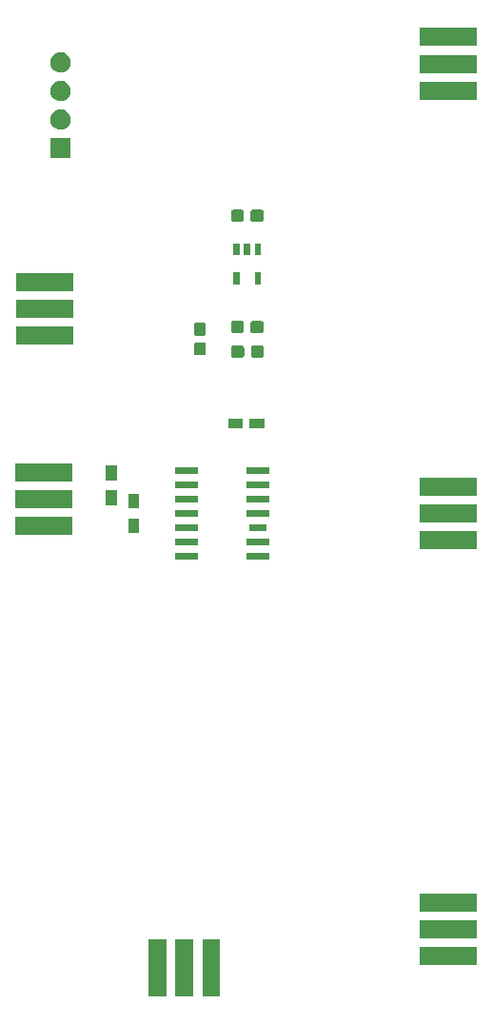
<source format=gbr>
G04 #@! TF.GenerationSoftware,KiCad,Pcbnew,(5.1.5)-3*
G04 #@! TF.CreationDate,2021-02-05T17:28:24+00:00*
G04 #@! TF.ProjectId,clock_dist,636c6f63-6b5f-4646-9973-742e6b696361,rev?*
G04 #@! TF.SameCoordinates,Original*
G04 #@! TF.FileFunction,Soldermask,Top*
G04 #@! TF.FilePolarity,Negative*
%FSLAX46Y46*%
G04 Gerber Fmt 4.6, Leading zero omitted, Abs format (unit mm)*
G04 Created by KiCad (PCBNEW (5.1.5)-3) date 2021-02-05 17:28:24*
%MOMM*%
%LPD*%
G04 APERTURE LIST*
%ADD10C,0.600000*%
G04 APERTURE END LIST*
D10*
G36*
X139701000Y-142951000D02*
G01*
X138099000Y-142951000D01*
X138099000Y-137849000D01*
X139701000Y-137849000D01*
X139701000Y-142951000D01*
G37*
G36*
X137301000Y-142951000D02*
G01*
X135699000Y-142951000D01*
X135699000Y-137849000D01*
X137301000Y-137849000D01*
X137301000Y-142951000D01*
G37*
G36*
X134901000Y-142951000D02*
G01*
X133299000Y-142951000D01*
X133299000Y-137849000D01*
X134901000Y-137849000D01*
X134901000Y-142951000D01*
G37*
G36*
X162551000Y-140201000D02*
G01*
X157449000Y-140201000D01*
X157449000Y-138599000D01*
X162551000Y-138599000D01*
X162551000Y-140201000D01*
G37*
G36*
X162551000Y-137801000D02*
G01*
X157449000Y-137801000D01*
X157449000Y-136199000D01*
X162551000Y-136199000D01*
X162551000Y-137801000D01*
G37*
G36*
X162551000Y-135401000D02*
G01*
X157449000Y-135401000D01*
X157449000Y-133799000D01*
X162551000Y-133799000D01*
X162551000Y-135401000D01*
G37*
G36*
X144099000Y-104115000D02*
G01*
X141997000Y-104115000D01*
X141997000Y-103505000D01*
X144099000Y-103505000D01*
X144099000Y-104115000D01*
G37*
G36*
X137749000Y-104115000D02*
G01*
X135647000Y-104115000D01*
X135647000Y-103505000D01*
X137749000Y-103505000D01*
X137749000Y-104115000D01*
G37*
G36*
X162551000Y-103201000D02*
G01*
X157449000Y-103201000D01*
X157449000Y-101599000D01*
X162551000Y-101599000D01*
X162551000Y-103201000D01*
G37*
G36*
X137749000Y-102845000D02*
G01*
X135647000Y-102845000D01*
X135647000Y-102235000D01*
X137749000Y-102235000D01*
X137749000Y-102845000D01*
G37*
G36*
X144099000Y-102845000D02*
G01*
X141997000Y-102845000D01*
X141997000Y-102235000D01*
X144099000Y-102235000D01*
X144099000Y-102845000D01*
G37*
G36*
X126551000Y-101931000D02*
G01*
X121449000Y-101931000D01*
X121449000Y-100329000D01*
X126551000Y-100329000D01*
X126551000Y-101931000D01*
G37*
G36*
X132501000Y-101751000D02*
G01*
X131499000Y-101751000D01*
X131499000Y-100449000D01*
X132501000Y-100449000D01*
X132501000Y-101751000D01*
G37*
G36*
X143849000Y-101575000D02*
G01*
X142247000Y-101575000D01*
X142247000Y-100965000D01*
X143849000Y-100965000D01*
X143849000Y-101575000D01*
G37*
G36*
X137749000Y-101575000D02*
G01*
X135647000Y-101575000D01*
X135647000Y-100965000D01*
X137749000Y-100965000D01*
X137749000Y-101575000D01*
G37*
G36*
X162551000Y-100801000D02*
G01*
X157449000Y-100801000D01*
X157449000Y-99199000D01*
X162551000Y-99199000D01*
X162551000Y-100801000D01*
G37*
G36*
X137749000Y-100305000D02*
G01*
X135647000Y-100305000D01*
X135647000Y-99695000D01*
X137749000Y-99695000D01*
X137749000Y-100305000D01*
G37*
G36*
X144099000Y-100305000D02*
G01*
X141997000Y-100305000D01*
X141997000Y-99695000D01*
X144099000Y-99695000D01*
X144099000Y-100305000D01*
G37*
G36*
X132501000Y-99551000D02*
G01*
X131499000Y-99551000D01*
X131499000Y-98249000D01*
X132501000Y-98249000D01*
X132501000Y-99551000D01*
G37*
G36*
X126551000Y-99531000D02*
G01*
X121449000Y-99531000D01*
X121449000Y-97929000D01*
X126551000Y-97929000D01*
X126551000Y-99531000D01*
G37*
G36*
X130501000Y-99251000D02*
G01*
X129499000Y-99251000D01*
X129499000Y-97949000D01*
X130501000Y-97949000D01*
X130501000Y-99251000D01*
G37*
G36*
X137749000Y-99035000D02*
G01*
X135647000Y-99035000D01*
X135647000Y-98425000D01*
X137749000Y-98425000D01*
X137749000Y-99035000D01*
G37*
G36*
X144099000Y-99035000D02*
G01*
X141997000Y-99035000D01*
X141997000Y-98425000D01*
X144099000Y-98425000D01*
X144099000Y-99035000D01*
G37*
G36*
X162551000Y-98401000D02*
G01*
X157449000Y-98401000D01*
X157449000Y-96799000D01*
X162551000Y-96799000D01*
X162551000Y-98401000D01*
G37*
G36*
X137749000Y-97765000D02*
G01*
X135647000Y-97765000D01*
X135647000Y-97155000D01*
X137749000Y-97155000D01*
X137749000Y-97765000D01*
G37*
G36*
X144099000Y-97765000D02*
G01*
X141997000Y-97765000D01*
X141997000Y-97155000D01*
X144099000Y-97155000D01*
X144099000Y-97765000D01*
G37*
G36*
X126551000Y-97131000D02*
G01*
X121449000Y-97131000D01*
X121449000Y-95529000D01*
X126551000Y-95529000D01*
X126551000Y-97131000D01*
G37*
G36*
X130501000Y-97051000D02*
G01*
X129499000Y-97051000D01*
X129499000Y-95749000D01*
X130501000Y-95749000D01*
X130501000Y-97051000D01*
G37*
G36*
X137749000Y-96495000D02*
G01*
X135647000Y-96495000D01*
X135647000Y-95885000D01*
X137749000Y-95885000D01*
X137749000Y-96495000D01*
G37*
G36*
X144099000Y-96495000D02*
G01*
X141997000Y-96495000D01*
X141997000Y-95885000D01*
X144099000Y-95885000D01*
X144099000Y-96495000D01*
G37*
G36*
X141701000Y-92426000D02*
G01*
X140399000Y-92426000D01*
X140399000Y-91574000D01*
X141701000Y-91574000D01*
X141701000Y-92426000D01*
G37*
G36*
X143601000Y-92426000D02*
G01*
X142299000Y-92426000D01*
X142299000Y-91574000D01*
X143601000Y-91574000D01*
X143601000Y-92426000D01*
G37*
G36*
X143414499Y-85078445D02*
G01*
X143451995Y-85089820D01*
X143486554Y-85108292D01*
X143516847Y-85133153D01*
X143541708Y-85163446D01*
X143560180Y-85198005D01*
X143571555Y-85235501D01*
X143576000Y-85280638D01*
X143576000Y-85919362D01*
X143571555Y-85964499D01*
X143560180Y-86001995D01*
X143541708Y-86036554D01*
X143516847Y-86066847D01*
X143486554Y-86091708D01*
X143451995Y-86110180D01*
X143414499Y-86121555D01*
X143369362Y-86126000D01*
X142630638Y-86126000D01*
X142585501Y-86121555D01*
X142548005Y-86110180D01*
X142513446Y-86091708D01*
X142483153Y-86066847D01*
X142458292Y-86036554D01*
X142439820Y-86001995D01*
X142428445Y-85964499D01*
X142424000Y-85919362D01*
X142424000Y-85280638D01*
X142428445Y-85235501D01*
X142439820Y-85198005D01*
X142458292Y-85163446D01*
X142483153Y-85133153D01*
X142513446Y-85108292D01*
X142548005Y-85089820D01*
X142585501Y-85078445D01*
X142630638Y-85074000D01*
X143369362Y-85074000D01*
X143414499Y-85078445D01*
G37*
G36*
X141664499Y-85078445D02*
G01*
X141701995Y-85089820D01*
X141736554Y-85108292D01*
X141766847Y-85133153D01*
X141791708Y-85163446D01*
X141810180Y-85198005D01*
X141821555Y-85235501D01*
X141826000Y-85280638D01*
X141826000Y-85919362D01*
X141821555Y-85964499D01*
X141810180Y-86001995D01*
X141791708Y-86036554D01*
X141766847Y-86066847D01*
X141736554Y-86091708D01*
X141701995Y-86110180D01*
X141664499Y-86121555D01*
X141619362Y-86126000D01*
X140880638Y-86126000D01*
X140835501Y-86121555D01*
X140798005Y-86110180D01*
X140763446Y-86091708D01*
X140733153Y-86066847D01*
X140708292Y-86036554D01*
X140689820Y-86001995D01*
X140678445Y-85964499D01*
X140674000Y-85919362D01*
X140674000Y-85280638D01*
X140678445Y-85235501D01*
X140689820Y-85198005D01*
X140708292Y-85163446D01*
X140733153Y-85133153D01*
X140763446Y-85108292D01*
X140798005Y-85089820D01*
X140835501Y-85078445D01*
X140880638Y-85074000D01*
X141619362Y-85074000D01*
X141664499Y-85078445D01*
G37*
G36*
X138264499Y-84778445D02*
G01*
X138301995Y-84789820D01*
X138336554Y-84808292D01*
X138366847Y-84833153D01*
X138391708Y-84863446D01*
X138410180Y-84898005D01*
X138421555Y-84935501D01*
X138426000Y-84980638D01*
X138426000Y-85719362D01*
X138421555Y-85764499D01*
X138410180Y-85801995D01*
X138391708Y-85836554D01*
X138366847Y-85866847D01*
X138336554Y-85891708D01*
X138301995Y-85910180D01*
X138264499Y-85921555D01*
X138219362Y-85926000D01*
X137580638Y-85926000D01*
X137535501Y-85921555D01*
X137498005Y-85910180D01*
X137463446Y-85891708D01*
X137433153Y-85866847D01*
X137408292Y-85836554D01*
X137389820Y-85801995D01*
X137378445Y-85764499D01*
X137374000Y-85719362D01*
X137374000Y-84980638D01*
X137378445Y-84935501D01*
X137389820Y-84898005D01*
X137408292Y-84863446D01*
X137433153Y-84833153D01*
X137463446Y-84808292D01*
X137498005Y-84789820D01*
X137535501Y-84778445D01*
X137580638Y-84774000D01*
X138219362Y-84774000D01*
X138264499Y-84778445D01*
G37*
G36*
X126651000Y-85001000D02*
G01*
X121549000Y-85001000D01*
X121549000Y-83399000D01*
X126651000Y-83399000D01*
X126651000Y-85001000D01*
G37*
G36*
X138264499Y-83028445D02*
G01*
X138301995Y-83039820D01*
X138336554Y-83058292D01*
X138366847Y-83083153D01*
X138391708Y-83113446D01*
X138410180Y-83148005D01*
X138421555Y-83185501D01*
X138426000Y-83230638D01*
X138426000Y-83969362D01*
X138421555Y-84014499D01*
X138410180Y-84051995D01*
X138391708Y-84086554D01*
X138366847Y-84116847D01*
X138336554Y-84141708D01*
X138301995Y-84160180D01*
X138264499Y-84171555D01*
X138219362Y-84176000D01*
X137580638Y-84176000D01*
X137535501Y-84171555D01*
X137498005Y-84160180D01*
X137463446Y-84141708D01*
X137433153Y-84116847D01*
X137408292Y-84086554D01*
X137389820Y-84051995D01*
X137378445Y-84014499D01*
X137374000Y-83969362D01*
X137374000Y-83230638D01*
X137378445Y-83185501D01*
X137389820Y-83148005D01*
X137408292Y-83113446D01*
X137433153Y-83083153D01*
X137463446Y-83058292D01*
X137498005Y-83039820D01*
X137535501Y-83028445D01*
X137580638Y-83024000D01*
X138219362Y-83024000D01*
X138264499Y-83028445D01*
G37*
G36*
X141639499Y-82878445D02*
G01*
X141676995Y-82889820D01*
X141711554Y-82908292D01*
X141741847Y-82933153D01*
X141766708Y-82963446D01*
X141785180Y-82998005D01*
X141796555Y-83035501D01*
X141801000Y-83080638D01*
X141801000Y-83719362D01*
X141796555Y-83764499D01*
X141785180Y-83801995D01*
X141766708Y-83836554D01*
X141741847Y-83866847D01*
X141711554Y-83891708D01*
X141676995Y-83910180D01*
X141639499Y-83921555D01*
X141594362Y-83926000D01*
X140855638Y-83926000D01*
X140810501Y-83921555D01*
X140773005Y-83910180D01*
X140738446Y-83891708D01*
X140708153Y-83866847D01*
X140683292Y-83836554D01*
X140664820Y-83801995D01*
X140653445Y-83764499D01*
X140649000Y-83719362D01*
X140649000Y-83080638D01*
X140653445Y-83035501D01*
X140664820Y-82998005D01*
X140683292Y-82963446D01*
X140708153Y-82933153D01*
X140738446Y-82908292D01*
X140773005Y-82889820D01*
X140810501Y-82878445D01*
X140855638Y-82874000D01*
X141594362Y-82874000D01*
X141639499Y-82878445D01*
G37*
G36*
X143389499Y-82878445D02*
G01*
X143426995Y-82889820D01*
X143461554Y-82908292D01*
X143491847Y-82933153D01*
X143516708Y-82963446D01*
X143535180Y-82998005D01*
X143546555Y-83035501D01*
X143551000Y-83080638D01*
X143551000Y-83719362D01*
X143546555Y-83764499D01*
X143535180Y-83801995D01*
X143516708Y-83836554D01*
X143491847Y-83866847D01*
X143461554Y-83891708D01*
X143426995Y-83910180D01*
X143389499Y-83921555D01*
X143344362Y-83926000D01*
X142605638Y-83926000D01*
X142560501Y-83921555D01*
X142523005Y-83910180D01*
X142488446Y-83891708D01*
X142458153Y-83866847D01*
X142433292Y-83836554D01*
X142414820Y-83801995D01*
X142403445Y-83764499D01*
X142399000Y-83719362D01*
X142399000Y-83080638D01*
X142403445Y-83035501D01*
X142414820Y-82998005D01*
X142433292Y-82963446D01*
X142458153Y-82933153D01*
X142488446Y-82908292D01*
X142523005Y-82889820D01*
X142560501Y-82878445D01*
X142605638Y-82874000D01*
X143344362Y-82874000D01*
X143389499Y-82878445D01*
G37*
G36*
X126651000Y-82601000D02*
G01*
X121549000Y-82601000D01*
X121549000Y-80999000D01*
X126651000Y-80999000D01*
X126651000Y-82601000D01*
G37*
G36*
X126651000Y-80201000D02*
G01*
X121549000Y-80201000D01*
X121549000Y-78599000D01*
X126651000Y-78599000D01*
X126651000Y-80201000D01*
G37*
G36*
X141430999Y-79600998D02*
G01*
X140868999Y-79600998D01*
X140868999Y-78549000D01*
X141430999Y-78549000D01*
X141430999Y-79600998D01*
G37*
G36*
X143331001Y-79600998D02*
G01*
X142769001Y-79600998D01*
X142769001Y-78549000D01*
X143331001Y-78549000D01*
X143331001Y-79600998D01*
G37*
G36*
X142381000Y-77051000D02*
G01*
X141819000Y-77051000D01*
X141819000Y-75999002D01*
X142381000Y-75999002D01*
X142381000Y-77051000D01*
G37*
G36*
X143331001Y-77051000D02*
G01*
X142769001Y-77051000D01*
X142769001Y-75999002D01*
X143331001Y-75999002D01*
X143331001Y-77051000D01*
G37*
G36*
X141430999Y-77051000D02*
G01*
X140868999Y-77051000D01*
X140868999Y-75999002D01*
X141430999Y-75999002D01*
X141430999Y-77051000D01*
G37*
G36*
X143389499Y-72978445D02*
G01*
X143426995Y-72989820D01*
X143461554Y-73008292D01*
X143491847Y-73033153D01*
X143516708Y-73063446D01*
X143535180Y-73098005D01*
X143546555Y-73135501D01*
X143551000Y-73180638D01*
X143551000Y-73819362D01*
X143546555Y-73864499D01*
X143535180Y-73901995D01*
X143516708Y-73936554D01*
X143491847Y-73966847D01*
X143461554Y-73991708D01*
X143426995Y-74010180D01*
X143389499Y-74021555D01*
X143344362Y-74026000D01*
X142605638Y-74026000D01*
X142560501Y-74021555D01*
X142523005Y-74010180D01*
X142488446Y-73991708D01*
X142458153Y-73966847D01*
X142433292Y-73936554D01*
X142414820Y-73901995D01*
X142403445Y-73864499D01*
X142399000Y-73819362D01*
X142399000Y-73180638D01*
X142403445Y-73135501D01*
X142414820Y-73098005D01*
X142433292Y-73063446D01*
X142458153Y-73033153D01*
X142488446Y-73008292D01*
X142523005Y-72989820D01*
X142560501Y-72978445D01*
X142605638Y-72974000D01*
X143344362Y-72974000D01*
X143389499Y-72978445D01*
G37*
G36*
X141639499Y-72978445D02*
G01*
X141676995Y-72989820D01*
X141711554Y-73008292D01*
X141741847Y-73033153D01*
X141766708Y-73063446D01*
X141785180Y-73098005D01*
X141796555Y-73135501D01*
X141801000Y-73180638D01*
X141801000Y-73819362D01*
X141796555Y-73864499D01*
X141785180Y-73901995D01*
X141766708Y-73936554D01*
X141741847Y-73966847D01*
X141711554Y-73991708D01*
X141676995Y-74010180D01*
X141639499Y-74021555D01*
X141594362Y-74026000D01*
X140855638Y-74026000D01*
X140810501Y-74021555D01*
X140773005Y-74010180D01*
X140738446Y-73991708D01*
X140708153Y-73966847D01*
X140683292Y-73936554D01*
X140664820Y-73901995D01*
X140653445Y-73864499D01*
X140649000Y-73819362D01*
X140649000Y-73180638D01*
X140653445Y-73135501D01*
X140664820Y-73098005D01*
X140683292Y-73063446D01*
X140708153Y-73033153D01*
X140738446Y-73008292D01*
X140773005Y-72989820D01*
X140810501Y-72978445D01*
X140855638Y-72974000D01*
X141594362Y-72974000D01*
X141639499Y-72978445D01*
G37*
G36*
X126401000Y-68401000D02*
G01*
X124599000Y-68401000D01*
X124599000Y-66599000D01*
X126401000Y-66599000D01*
X126401000Y-68401000D01*
G37*
G36*
X125613512Y-64063927D02*
G01*
X125762812Y-64093624D01*
X125926784Y-64161544D01*
X126074354Y-64260147D01*
X126199853Y-64385646D01*
X126298456Y-64533216D01*
X126366376Y-64697188D01*
X126401000Y-64871259D01*
X126401000Y-65048741D01*
X126366376Y-65222812D01*
X126298456Y-65386784D01*
X126199853Y-65534354D01*
X126074354Y-65659853D01*
X125926784Y-65758456D01*
X125762812Y-65826376D01*
X125613512Y-65856073D01*
X125588742Y-65861000D01*
X125411258Y-65861000D01*
X125386488Y-65856073D01*
X125237188Y-65826376D01*
X125073216Y-65758456D01*
X124925646Y-65659853D01*
X124800147Y-65534354D01*
X124701544Y-65386784D01*
X124633624Y-65222812D01*
X124599000Y-65048741D01*
X124599000Y-64871259D01*
X124633624Y-64697188D01*
X124701544Y-64533216D01*
X124800147Y-64385646D01*
X124925646Y-64260147D01*
X125073216Y-64161544D01*
X125237188Y-64093624D01*
X125386488Y-64063927D01*
X125411258Y-64059000D01*
X125588742Y-64059000D01*
X125613512Y-64063927D01*
G37*
G36*
X125613512Y-61523927D02*
G01*
X125762812Y-61553624D01*
X125926784Y-61621544D01*
X126074354Y-61720147D01*
X126199853Y-61845646D01*
X126298456Y-61993216D01*
X126366376Y-62157188D01*
X126401000Y-62331259D01*
X126401000Y-62508741D01*
X126366376Y-62682812D01*
X126298456Y-62846784D01*
X126199853Y-62994354D01*
X126074354Y-63119853D01*
X125926784Y-63218456D01*
X125762812Y-63286376D01*
X125613512Y-63316073D01*
X125588742Y-63321000D01*
X125411258Y-63321000D01*
X125386488Y-63316073D01*
X125237188Y-63286376D01*
X125073216Y-63218456D01*
X124925646Y-63119853D01*
X124800147Y-62994354D01*
X124701544Y-62846784D01*
X124633624Y-62682812D01*
X124599000Y-62508741D01*
X124599000Y-62331259D01*
X124633624Y-62157188D01*
X124701544Y-61993216D01*
X124800147Y-61845646D01*
X124925646Y-61720147D01*
X125073216Y-61621544D01*
X125237188Y-61553624D01*
X125386488Y-61523927D01*
X125411258Y-61519000D01*
X125588742Y-61519000D01*
X125613512Y-61523927D01*
G37*
G36*
X162551000Y-63201000D02*
G01*
X157449000Y-63201000D01*
X157449000Y-61599000D01*
X162551000Y-61599000D01*
X162551000Y-63201000D01*
G37*
G36*
X162551000Y-60801000D02*
G01*
X157449000Y-60801000D01*
X157449000Y-59199000D01*
X162551000Y-59199000D01*
X162551000Y-60801000D01*
G37*
G36*
X125613512Y-58983927D02*
G01*
X125762812Y-59013624D01*
X125926784Y-59081544D01*
X126074354Y-59180147D01*
X126199853Y-59305646D01*
X126298456Y-59453216D01*
X126366376Y-59617188D01*
X126401000Y-59791259D01*
X126401000Y-59968741D01*
X126366376Y-60142812D01*
X126298456Y-60306784D01*
X126199853Y-60454354D01*
X126074354Y-60579853D01*
X125926784Y-60678456D01*
X125762812Y-60746376D01*
X125613512Y-60776073D01*
X125588742Y-60781000D01*
X125411258Y-60781000D01*
X125386488Y-60776073D01*
X125237188Y-60746376D01*
X125073216Y-60678456D01*
X124925646Y-60579853D01*
X124800147Y-60454354D01*
X124701544Y-60306784D01*
X124633624Y-60142812D01*
X124599000Y-59968741D01*
X124599000Y-59791259D01*
X124633624Y-59617188D01*
X124701544Y-59453216D01*
X124800147Y-59305646D01*
X124925646Y-59180147D01*
X125073216Y-59081544D01*
X125237188Y-59013624D01*
X125386488Y-58983927D01*
X125411258Y-58979000D01*
X125588742Y-58979000D01*
X125613512Y-58983927D01*
G37*
G36*
X162551000Y-58401000D02*
G01*
X157449000Y-58401000D01*
X157449000Y-56799000D01*
X162551000Y-56799000D01*
X162551000Y-58401000D01*
G37*
M02*

</source>
